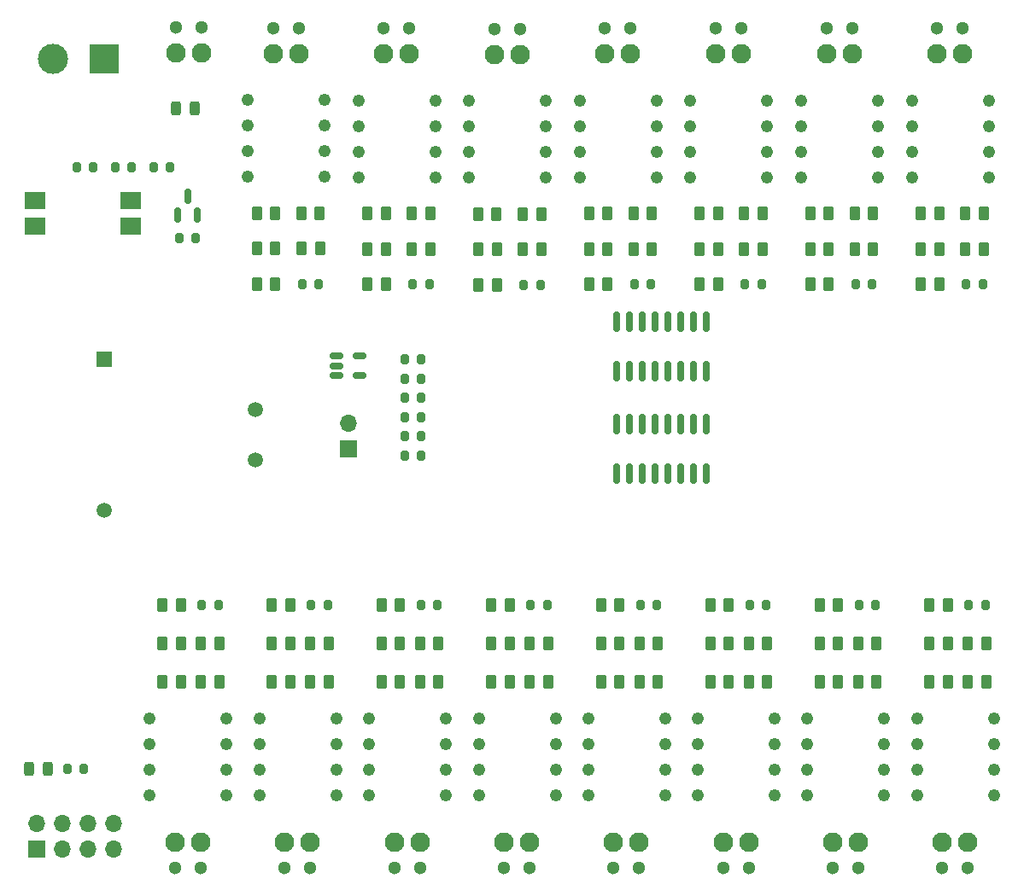
<source format=gbr>
%TF.GenerationSoftware,KiCad,Pcbnew,(7.0.0-0)*%
%TF.CreationDate,2023-02-28T14:48:18+01:00*%
%TF.ProjectId,epanel-energy-monitor,6570616e-656c-42d6-956e-657267792d6d,rev?*%
%TF.SameCoordinates,Original*%
%TF.FileFunction,Soldermask,Top*%
%TF.FilePolarity,Negative*%
%FSLAX46Y46*%
G04 Gerber Fmt 4.6, Leading zero omitted, Abs format (unit mm)*
G04 Created by KiCad (PCBNEW (7.0.0-0)) date 2023-02-28 14:48:18*
%MOMM*%
%LPD*%
G01*
G04 APERTURE LIST*
G04 Aperture macros list*
%AMRoundRect*
0 Rectangle with rounded corners*
0 $1 Rounding radius*
0 $2 $3 $4 $5 $6 $7 $8 $9 X,Y pos of 4 corners*
0 Add a 4 corners polygon primitive as box body*
4,1,4,$2,$3,$4,$5,$6,$7,$8,$9,$2,$3,0*
0 Add four circle primitives for the rounded corners*
1,1,$1+$1,$2,$3*
1,1,$1+$1,$4,$5*
1,1,$1+$1,$6,$7*
1,1,$1+$1,$8,$9*
0 Add four rect primitives between the rounded corners*
20,1,$1+$1,$2,$3,$4,$5,0*
20,1,$1+$1,$4,$5,$6,$7,0*
20,1,$1+$1,$6,$7,$8,$9,0*
20,1,$1+$1,$8,$9,$2,$3,0*%
G04 Aperture macros list end*
%ADD10C,1.217000*%
%ADD11RoundRect,0.250000X0.262500X0.450000X-0.262500X0.450000X-0.262500X-0.450000X0.262500X-0.450000X0*%
%ADD12RoundRect,0.250000X-0.262500X-0.450000X0.262500X-0.450000X0.262500X0.450000X-0.262500X0.450000X0*%
%ADD13C,1.300000*%
%ADD14C,1.950000*%
%ADD15RoundRect,0.200000X0.200000X0.275000X-0.200000X0.275000X-0.200000X-0.275000X0.200000X-0.275000X0*%
%ADD16RoundRect,0.200000X-0.200000X-0.275000X0.200000X-0.275000X0.200000X0.275000X-0.200000X0.275000X0*%
%ADD17RoundRect,0.243750X0.243750X0.456250X-0.243750X0.456250X-0.243750X-0.456250X0.243750X-0.456250X0*%
%ADD18RoundRect,0.150000X0.150000X-0.825000X0.150000X0.825000X-0.150000X0.825000X-0.150000X-0.825000X0*%
%ADD19R,2.000000X1.780000*%
%ADD20RoundRect,0.150000X0.150000X-0.587500X0.150000X0.587500X-0.150000X0.587500X-0.150000X-0.587500X0*%
%ADD21R,1.700000X1.700000*%
%ADD22O,1.700000X1.700000*%
%ADD23R,3.000000X3.000000*%
%ADD24C,3.000000*%
%ADD25RoundRect,0.150000X-0.512500X-0.150000X0.512500X-0.150000X0.512500X0.150000X-0.512500X0.150000X0*%
%ADD26R,1.500000X1.500000*%
%ADD27C,1.500000*%
G04 APERTURE END LIST*
D10*
%TO.C,S15*%
X192310189Y-103541900D03*
X192310189Y-106081900D03*
X192310189Y-108621900D03*
X192310189Y-111161900D03*
X199930189Y-103541900D03*
X199930189Y-106081900D03*
X199930189Y-108621900D03*
X199930189Y-111161900D03*
%TD*%
D11*
%TO.C,R74*%
X151931769Y-99970480D03*
X150106769Y-99970480D03*
%TD*%
D12*
%TO.C,R45*%
X186147889Y-53473789D03*
X187972889Y-53473789D03*
%TD*%
D11*
%TO.C,R48*%
X194535689Y-53473789D03*
X192710689Y-53473789D03*
%TD*%
D12*
%TO.C,R88*%
X175659169Y-99970480D03*
X177484169Y-99970480D03*
%TD*%
D13*
%TO.C,J15*%
X151374869Y-118413280D03*
X153914869Y-118413280D03*
D14*
X151374869Y-115873280D03*
X153914869Y-115873280D03*
%TD*%
D11*
%TO.C,R92*%
X184494569Y-99970480D03*
X182669569Y-99970480D03*
%TD*%
D15*
%TO.C,R77*%
X166525469Y-92350480D03*
X164875469Y-92350480D03*
%TD*%
D11*
%TO.C,R18*%
X139671689Y-53473789D03*
X137846689Y-53473789D03*
%TD*%
%TO.C,R42*%
X183562889Y-53473789D03*
X181737889Y-53473789D03*
%TD*%
D10*
%TO.C,S12*%
X159747389Y-103541900D03*
X159747389Y-106081900D03*
X159747389Y-108621900D03*
X159747389Y-111161900D03*
X167367389Y-103541900D03*
X167367389Y-106081900D03*
X167367389Y-108621900D03*
X167367389Y-111161900D03*
%TD*%
D11*
%TO.C,R55*%
X119327300Y-96164400D03*
X117502300Y-96164400D03*
%TD*%
%TO.C,R54*%
X119327300Y-92354400D03*
X117502300Y-92354400D03*
%TD*%
%TO.C,R67*%
X141060569Y-96160480D03*
X139235569Y-96160480D03*
%TD*%
%TO.C,R68*%
X141060569Y-99970480D03*
X139235569Y-99970480D03*
%TD*%
D12*
%TO.C,R81*%
X164787969Y-96160480D03*
X166612969Y-96160480D03*
%TD*%
D15*
%TO.C,R29*%
X165939789Y-60484189D03*
X164289789Y-60484189D03*
%TD*%
%TO.C,R11*%
X133033600Y-60452000D03*
X131383600Y-60452000D03*
%TD*%
%TO.C,R9*%
X143192000Y-75560000D03*
X141542000Y-75560000D03*
%TD*%
D10*
%TO.C,S11*%
X148876189Y-103541900D03*
X148876189Y-106081900D03*
X148876189Y-108621900D03*
X148876189Y-111161900D03*
X156496189Y-103541900D03*
X156496189Y-106081900D03*
X156496189Y-108621900D03*
X156496189Y-111161900D03*
%TD*%
D16*
%TO.C,R6*%
X141542000Y-69850000D03*
X143192000Y-69850000D03*
%TD*%
D11*
%TO.C,R12*%
X128711100Y-53441600D03*
X126886100Y-53441600D03*
%TD*%
D15*
%TO.C,R59*%
X133911869Y-92350480D03*
X132261869Y-92350480D03*
%TD*%
%TO.C,R8*%
X143192000Y-77465000D03*
X141542000Y-77465000D03*
%TD*%
D13*
%TO.C,J5*%
X131019600Y-35049600D03*
X128479600Y-35049600D03*
D14*
X131019600Y-37589600D03*
X128479600Y-37589600D03*
%TD*%
D12*
%TO.C,R27*%
X153229489Y-53524589D03*
X155054489Y-53524589D03*
%TD*%
D11*
%TO.C,R61*%
X130189369Y-96160480D03*
X128364369Y-96160480D03*
%TD*%
D13*
%TO.C,J6*%
X141980189Y-35081789D03*
X139440189Y-35081789D03*
D14*
X141980189Y-37621789D03*
X139440189Y-37621789D03*
%TD*%
D10*
%TO.C,S6*%
X180835789Y-42246989D03*
X180835789Y-44786989D03*
X180835789Y-47326989D03*
X180835789Y-49866989D03*
X188455789Y-42246989D03*
X188455789Y-44786989D03*
X188455789Y-47326989D03*
X188455789Y-49866989D03*
%TD*%
D15*
%TO.C,R3*%
X114490000Y-48895000D03*
X112840000Y-48895000D03*
%TD*%
D17*
%TO.C,D2*%
X120723900Y-43027600D03*
X118848900Y-43027600D03*
%TD*%
D15*
%TO.C,R89*%
X188217069Y-92350480D03*
X186567069Y-92350480D03*
%TD*%
D11*
%TO.C,R13*%
X128717500Y-56960000D03*
X126892500Y-56960000D03*
%TD*%
%TO.C,R30*%
X161617289Y-53473789D03*
X159792289Y-53473789D03*
%TD*%
%TO.C,R86*%
X173674169Y-99970480D03*
X171849169Y-99970480D03*
%TD*%
D18*
%TO.C,U2*%
X162560000Y-69150000D03*
X163830000Y-69150000D03*
X165100000Y-69150000D03*
X166370000Y-69150000D03*
X167640000Y-69150000D03*
X168910000Y-69150000D03*
X170180000Y-69150000D03*
X171450000Y-69150000D03*
X171450000Y-64200000D03*
X170180000Y-64200000D03*
X168910000Y-64200000D03*
X167640000Y-64200000D03*
X166370000Y-64200000D03*
X165100000Y-64200000D03*
X163830000Y-64200000D03*
X162560000Y-64200000D03*
%TD*%
D17*
%TO.C,D1*%
X106195100Y-108610400D03*
X104320100Y-108610400D03*
%TD*%
D16*
%TO.C,R10*%
X141542000Y-73655000D03*
X143192000Y-73655000D03*
%TD*%
D12*
%TO.C,R51*%
X197120689Y-53473789D03*
X198945689Y-53473789D03*
%TD*%
D13*
%TO.C,J2*%
X121412000Y-35001200D03*
X118872000Y-35001200D03*
D14*
X121412000Y-37541200D03*
X118872000Y-37541200D03*
%TD*%
D12*
%TO.C,R69*%
X143045569Y-96160480D03*
X144870569Y-96160480D03*
%TD*%
D11*
%TO.C,R19*%
X139678089Y-56992189D03*
X137853089Y-56992189D03*
%TD*%
D13*
%TO.C,J7*%
X152952989Y-35132589D03*
X150412989Y-35132589D03*
D14*
X152952989Y-37672589D03*
X150412989Y-37672589D03*
%TD*%
D11*
%TO.C,R96*%
X195365769Y-92350480D03*
X193540769Y-92350480D03*
%TD*%
D10*
%TO.C,S8*%
X116271720Y-103545820D03*
X116271720Y-106085820D03*
X116271720Y-108625820D03*
X116271720Y-111165820D03*
X123891720Y-103545820D03*
X123891720Y-106085820D03*
X123891720Y-108625820D03*
X123891720Y-111165820D03*
%TD*%
D19*
%TO.C,U1*%
X104861399Y-52171599D03*
X104861399Y-54711599D03*
X114391399Y-54711599D03*
X114391399Y-52171599D03*
%TD*%
D15*
%TO.C,R83*%
X177396669Y-92350480D03*
X175746669Y-92350480D03*
%TD*%
D11*
%TO.C,R80*%
X162802969Y-99970480D03*
X160977969Y-99970480D03*
%TD*%
D20*
%TO.C,Q1*%
X119065000Y-53642500D03*
X120965000Y-53642500D03*
X120015000Y-51767500D03*
%TD*%
D13*
%TO.C,J11*%
X196844189Y-35081789D03*
X194304189Y-35081789D03*
D14*
X196844189Y-37621789D03*
X194304189Y-37621789D03*
%TD*%
D15*
%TO.C,R65*%
X144783069Y-92350480D03*
X143133069Y-92350480D03*
%TD*%
D12*
%TO.C,R28*%
X153235889Y-57042989D03*
X155060889Y-57042989D03*
%TD*%
D15*
%TO.C,R7*%
X110680000Y-48895000D03*
X109030000Y-48895000D03*
%TD*%
D12*
%TO.C,R52*%
X197127089Y-56992189D03*
X198952089Y-56992189D03*
%TD*%
%TO.C,R57*%
X121312300Y-96164400D03*
X123137300Y-96164400D03*
%TD*%
%TO.C,R34*%
X164208689Y-56992189D03*
X166033689Y-56992189D03*
%TD*%
D15*
%TO.C,R95*%
X199088269Y-92350480D03*
X197438269Y-92350480D03*
%TD*%
D10*
%TO.C,S1*%
X125984000Y-42214800D03*
X125984000Y-44754800D03*
X125984000Y-47294800D03*
X125984000Y-49834800D03*
X133604000Y-42214800D03*
X133604000Y-44754800D03*
X133604000Y-47294800D03*
X133604000Y-49834800D03*
%TD*%
D11*
%TO.C,R31*%
X161623689Y-56992189D03*
X159798689Y-56992189D03*
%TD*%
%TO.C,R79*%
X162802969Y-96160480D03*
X160977969Y-96160480D03*
%TD*%
D16*
%TO.C,R2*%
X116650000Y-48895000D03*
X118300000Y-48895000D03*
%TD*%
D12*
%TO.C,R87*%
X175659169Y-96160480D03*
X177484169Y-96160480D03*
%TD*%
D18*
%TO.C,U3*%
X162560000Y-79310000D03*
X163830000Y-79310000D03*
X165100000Y-79310000D03*
X166370000Y-79310000D03*
X167640000Y-79310000D03*
X168910000Y-79310000D03*
X170180000Y-79310000D03*
X171450000Y-79310000D03*
X171450000Y-74360000D03*
X170180000Y-74360000D03*
X168910000Y-74360000D03*
X167640000Y-74360000D03*
X166370000Y-74360000D03*
X165100000Y-74360000D03*
X163830000Y-74360000D03*
X162560000Y-74360000D03*
%TD*%
D15*
%TO.C,R41*%
X187885389Y-60484189D03*
X186235389Y-60484189D03*
%TD*%
D10*
%TO.C,S5*%
X169862989Y-42246989D03*
X169862989Y-44786989D03*
X169862989Y-47326989D03*
X169862989Y-49866989D03*
X177482989Y-42246989D03*
X177482989Y-44786989D03*
X177482989Y-47326989D03*
X177482989Y-49866989D03*
%TD*%
D15*
%TO.C,R17*%
X143994189Y-60484189D03*
X142344189Y-60484189D03*
%TD*%
D21*
%TO.C,J1*%
X105079799Y-116535199D03*
D22*
X105079799Y-113995199D03*
X107619799Y-116535199D03*
X107619799Y-113995199D03*
X110159799Y-116535199D03*
X110159799Y-113995199D03*
X112699799Y-116535199D03*
X112699799Y-113995199D03*
%TD*%
D10*
%TO.C,S3*%
X147917389Y-42297789D03*
X147917389Y-44837789D03*
X147917389Y-47377789D03*
X147917389Y-49917789D03*
X155537389Y-42297789D03*
X155537389Y-44837789D03*
X155537389Y-47377789D03*
X155537389Y-49917789D03*
%TD*%
D15*
%TO.C,R5*%
X143192000Y-67945000D03*
X141542000Y-67945000D03*
%TD*%
%TO.C,R4*%
X120840000Y-55880000D03*
X119190000Y-55880000D03*
%TD*%
D10*
%TO.C,S4*%
X158890189Y-42246989D03*
X158890189Y-44786989D03*
X158890189Y-47326989D03*
X158890189Y-49866989D03*
X166510189Y-42246989D03*
X166510189Y-44786989D03*
X166510189Y-47326989D03*
X166510189Y-49866989D03*
%TD*%
D12*
%TO.C,R93*%
X186479569Y-96160480D03*
X188304569Y-96160480D03*
%TD*%
D13*
%TO.C,J8*%
X163925789Y-35081789D03*
X161385789Y-35081789D03*
D14*
X163925789Y-37621789D03*
X161385789Y-37621789D03*
%TD*%
D13*
%TO.C,J9*%
X174898589Y-35081789D03*
X172358589Y-35081789D03*
D14*
X174898589Y-37621789D03*
X172358589Y-37621789D03*
%TD*%
D11*
%TO.C,R14*%
X128717500Y-60452000D03*
X126892500Y-60452000D03*
%TD*%
%TO.C,R97*%
X195365769Y-96160480D03*
X193540769Y-96160480D03*
%TD*%
D10*
%TO.C,S7*%
X191808589Y-42246989D03*
X191808589Y-44786989D03*
X191808589Y-47326989D03*
X191808589Y-49866989D03*
X199428589Y-42246989D03*
X199428589Y-44786989D03*
X199428589Y-47326989D03*
X199428589Y-49866989D03*
%TD*%
D11*
%TO.C,R56*%
X119327300Y-99974400D03*
X117502300Y-99974400D03*
%TD*%
%TO.C,R72*%
X151931769Y-92350480D03*
X150106769Y-92350480D03*
%TD*%
D10*
%TO.C,S2*%
X136944589Y-42246989D03*
X136944589Y-44786989D03*
X136944589Y-47326989D03*
X136944589Y-49866989D03*
X144564589Y-42246989D03*
X144564589Y-44786989D03*
X144564589Y-47326989D03*
X144564589Y-49866989D03*
%TD*%
D12*
%TO.C,R22*%
X142263089Y-56992189D03*
X144088089Y-56992189D03*
%TD*%
D13*
%TO.C,J14*%
X140503669Y-118413280D03*
X143043669Y-118413280D03*
D14*
X140503669Y-115873280D03*
X143043669Y-115873280D03*
%TD*%
D11*
%TO.C,R37*%
X172596489Y-56992189D03*
X170771489Y-56992189D03*
%TD*%
%TO.C,R91*%
X184494569Y-96160480D03*
X182669569Y-96160480D03*
%TD*%
%TO.C,R38*%
X172596489Y-60484189D03*
X170771489Y-60484189D03*
%TD*%
D13*
%TO.C,J16*%
X162246069Y-118413280D03*
X164786069Y-118413280D03*
D14*
X162246069Y-115873280D03*
X164786069Y-115873280D03*
%TD*%
D10*
%TO.C,S13*%
X170618589Y-103541900D03*
X170618589Y-106081900D03*
X170618589Y-108621900D03*
X170618589Y-111161900D03*
X178238589Y-103541900D03*
X178238589Y-106081900D03*
X178238589Y-108621900D03*
X178238589Y-111161900D03*
%TD*%
D11*
%TO.C,R60*%
X130189369Y-92350480D03*
X128364369Y-92350480D03*
%TD*%
%TO.C,R26*%
X150650889Y-60534989D03*
X148825889Y-60534989D03*
%TD*%
D10*
%TO.C,S9*%
X127133789Y-103541900D03*
X127133789Y-106081900D03*
X127133789Y-108621900D03*
X127133789Y-111161900D03*
X134753789Y-103541900D03*
X134753789Y-106081900D03*
X134753789Y-108621900D03*
X134753789Y-111161900D03*
%TD*%
D12*
%TO.C,R46*%
X186154289Y-56992189D03*
X187979289Y-56992189D03*
%TD*%
%TO.C,R40*%
X175181489Y-56992189D03*
X177006489Y-56992189D03*
%TD*%
D11*
%TO.C,R85*%
X173674169Y-96160480D03*
X171849169Y-96160480D03*
%TD*%
D12*
%TO.C,R15*%
X131296100Y-53441600D03*
X133121100Y-53441600D03*
%TD*%
%TO.C,R63*%
X132174369Y-96160480D03*
X133999369Y-96160480D03*
%TD*%
D21*
%TO.C,J3*%
X135987499Y-76834999D03*
D22*
X135987499Y-74294999D03*
%TD*%
D11*
%TO.C,R20*%
X139678089Y-60484189D03*
X137853089Y-60484189D03*
%TD*%
D15*
%TO.C,C1*%
X143192000Y-71755000D03*
X141542000Y-71755000D03*
%TD*%
D11*
%TO.C,R49*%
X194542089Y-56992189D03*
X192717089Y-56992189D03*
%TD*%
D15*
%TO.C,R47*%
X198858189Y-60484189D03*
X197208189Y-60484189D03*
%TD*%
D23*
%TO.C,J4*%
X111759999Y-38099999D03*
D24*
X106680000Y-38100000D03*
%TD*%
D10*
%TO.C,S10*%
X138004989Y-103541900D03*
X138004989Y-106081900D03*
X138004989Y-108621900D03*
X138004989Y-111161900D03*
X145624989Y-103541900D03*
X145624989Y-106081900D03*
X145624989Y-108621900D03*
X145624989Y-111161900D03*
%TD*%
D12*
%TO.C,R58*%
X121312300Y-99974400D03*
X123137300Y-99974400D03*
%TD*%
%TO.C,R76*%
X153916769Y-99970480D03*
X155741769Y-99970480D03*
%TD*%
D11*
%TO.C,R66*%
X141060569Y-92350480D03*
X139235569Y-92350480D03*
%TD*%
%TO.C,R78*%
X162802969Y-92350480D03*
X160977969Y-92350480D03*
%TD*%
D12*
%TO.C,R70*%
X143045569Y-99970480D03*
X144870569Y-99970480D03*
%TD*%
%TO.C,R100*%
X197350769Y-99970480D03*
X199175769Y-99970480D03*
%TD*%
D11*
%TO.C,R25*%
X150650889Y-57042989D03*
X148825889Y-57042989D03*
%TD*%
%TO.C,R73*%
X151931769Y-96160480D03*
X150106769Y-96160480D03*
%TD*%
D12*
%TO.C,R94*%
X186479569Y-99970480D03*
X188304569Y-99970480D03*
%TD*%
D13*
%TO.C,J10*%
X185871389Y-35081789D03*
X183331389Y-35081789D03*
D14*
X185871389Y-37621789D03*
X183331389Y-37621789D03*
%TD*%
D11*
%TO.C,R62*%
X130189369Y-99970480D03*
X128364369Y-99970480D03*
%TD*%
%TO.C,R32*%
X161623689Y-60484189D03*
X159798689Y-60484189D03*
%TD*%
%TO.C,R98*%
X195365769Y-99970480D03*
X193540769Y-99970480D03*
%TD*%
D13*
%TO.C,J17*%
X173117269Y-118413280D03*
X175657269Y-118413280D03*
D14*
X173117269Y-115873280D03*
X175657269Y-115873280D03*
%TD*%
D15*
%TO.C,R1*%
X109740200Y-108610400D03*
X108090200Y-108610400D03*
%TD*%
D12*
%TO.C,R33*%
X164202289Y-53473789D03*
X166027289Y-53473789D03*
%TD*%
%TO.C,R39*%
X175175089Y-53473789D03*
X177000089Y-53473789D03*
%TD*%
D11*
%TO.C,R90*%
X184494569Y-92350480D03*
X182669569Y-92350480D03*
%TD*%
%TO.C,R50*%
X194542089Y-60484189D03*
X192717089Y-60484189D03*
%TD*%
%TO.C,R84*%
X173674169Y-92350480D03*
X171849169Y-92350480D03*
%TD*%
D12*
%TO.C,R99*%
X197350769Y-96160480D03*
X199175769Y-96160480D03*
%TD*%
%TO.C,R64*%
X132174369Y-99970480D03*
X133999369Y-99970480D03*
%TD*%
D11*
%TO.C,R44*%
X183569289Y-60484189D03*
X181744289Y-60484189D03*
%TD*%
D13*
%TO.C,J19*%
X194808869Y-118413280D03*
X197348869Y-118413280D03*
D14*
X194808869Y-115873280D03*
X197348869Y-115873280D03*
%TD*%
D13*
%TO.C,J12*%
X118770400Y-118417200D03*
X121310400Y-118417200D03*
D14*
X118770400Y-115877200D03*
X121310400Y-115877200D03*
%TD*%
D12*
%TO.C,R82*%
X164787969Y-99970480D03*
X166612969Y-99970480D03*
%TD*%
D15*
%TO.C,R53*%
X123049800Y-92354400D03*
X121399800Y-92354400D03*
%TD*%
D12*
%TO.C,R21*%
X142256689Y-53473789D03*
X144081689Y-53473789D03*
%TD*%
D11*
%TO.C,R43*%
X183569289Y-56992189D03*
X181744289Y-56992189D03*
%TD*%
%TO.C,R36*%
X172590089Y-53473789D03*
X170765089Y-53473789D03*
%TD*%
D12*
%TO.C,R16*%
X131302500Y-56960000D03*
X133127500Y-56960000D03*
%TD*%
D15*
%TO.C,R71*%
X155654269Y-92350480D03*
X154004269Y-92350480D03*
%TD*%
D12*
%TO.C,R75*%
X153916769Y-96160480D03*
X155741769Y-96160480D03*
%TD*%
D25*
%TO.C,U4*%
X134752500Y-67630000D03*
X134752500Y-68580000D03*
X134752500Y-69530000D03*
X137027500Y-69530000D03*
X137027500Y-67630000D03*
%TD*%
D13*
%TO.C,J18*%
X183937669Y-118413280D03*
X186477669Y-118413280D03*
D14*
X183937669Y-115873280D03*
X186477669Y-115873280D03*
%TD*%
D15*
%TO.C,R23*%
X154966989Y-60534989D03*
X153316989Y-60534989D03*
%TD*%
D26*
%TO.C,T1*%
X111759999Y-67944999D03*
D27*
X111760000Y-82945000D03*
X126760000Y-72945000D03*
X126760000Y-77945000D03*
%TD*%
D11*
%TO.C,R24*%
X150644489Y-53524589D03*
X148819489Y-53524589D03*
%TD*%
D15*
%TO.C,R35*%
X176912589Y-60484189D03*
X175262589Y-60484189D03*
%TD*%
D13*
%TO.C,J13*%
X129632469Y-118413280D03*
X132172469Y-118413280D03*
D14*
X129632469Y-115873280D03*
X132172469Y-115873280D03*
%TD*%
D10*
%TO.C,S14*%
X181438989Y-103541900D03*
X181438989Y-106081900D03*
X181438989Y-108621900D03*
X181438989Y-111161900D03*
X189058989Y-103541900D03*
X189058989Y-106081900D03*
X189058989Y-108621900D03*
X189058989Y-111161900D03*
%TD*%
M02*

</source>
